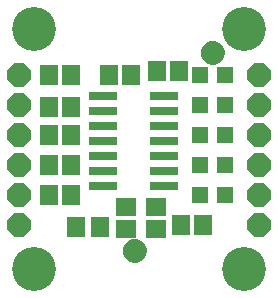
<source format=gbr>
G04 EAGLE Gerber RS-274X export*
G75*
%MOMM*%
%FSLAX34Y34*%
%LPD*%
%INSoldermask Top*%
%IPPOS*%
%AMOC8*
5,1,8,0,0,1.08239X$1,22.5*%
G01*
%ADD10R,2.403200X0.803200*%
%ADD11R,1.503200X1.703200*%
%ADD12R,1.403200X1.403200*%
%ADD13R,1.703200X1.503200*%
%ADD14P,2.144431X8X22.500000*%
%ADD15P,2.144431X8X202.500000*%
%ADD16C,1.203200*%
%ADD17C,0.500000*%
%ADD18C,3.719200*%
%ADD19R,1.503200X1.803200*%


D10*
X24730Y67310D03*
X-27270Y67310D03*
X24730Y54610D03*
X24730Y80010D03*
X24730Y92710D03*
X-27270Y54610D03*
X-27270Y80010D03*
X-27270Y92710D03*
X24730Y118110D03*
X-27270Y118110D03*
X24730Y105410D03*
X24730Y130810D03*
X-27270Y105410D03*
X-27270Y130810D03*
D11*
X-73000Y46990D03*
X-54000Y46990D03*
X-73000Y72390D03*
X-54000Y72390D03*
X-73000Y97790D03*
X-54000Y97790D03*
X-73000Y121920D03*
X-54000Y121920D03*
X-73000Y148590D03*
X-54000Y148590D03*
D12*
X76540Y46990D03*
X55540Y46990D03*
X76540Y72390D03*
X55540Y72390D03*
X76540Y97790D03*
X55540Y97790D03*
X76540Y123190D03*
X55540Y123190D03*
X76540Y148590D03*
X55540Y148590D03*
D11*
X38760Y21590D03*
X57760Y21590D03*
D13*
X17780Y37440D03*
X17780Y18440D03*
X-7620Y37440D03*
X-7620Y18440D03*
D11*
X-3200Y148590D03*
X-22200Y148590D03*
X37440Y152400D03*
X18440Y152400D03*
D14*
X-97790Y148590D03*
X-97790Y123190D03*
X-97790Y97790D03*
X-97790Y72390D03*
X-97790Y46990D03*
X-97790Y21590D03*
D15*
X105410Y21590D03*
X105410Y46990D03*
X105410Y72390D03*
X105410Y97790D03*
X105410Y123190D03*
X105410Y148590D03*
D16*
X66040Y167640D03*
D17*
X66040Y175140D02*
X65859Y175138D01*
X65678Y175131D01*
X65497Y175120D01*
X65316Y175105D01*
X65136Y175085D01*
X64956Y175061D01*
X64777Y175033D01*
X64599Y175000D01*
X64422Y174963D01*
X64245Y174922D01*
X64070Y174877D01*
X63895Y174827D01*
X63722Y174773D01*
X63551Y174715D01*
X63380Y174653D01*
X63212Y174586D01*
X63045Y174516D01*
X62879Y174442D01*
X62716Y174363D01*
X62555Y174281D01*
X62395Y174195D01*
X62238Y174105D01*
X62083Y174011D01*
X61930Y173914D01*
X61780Y173812D01*
X61632Y173708D01*
X61486Y173599D01*
X61344Y173488D01*
X61204Y173372D01*
X61067Y173254D01*
X60932Y173132D01*
X60801Y173007D01*
X60673Y172879D01*
X60548Y172748D01*
X60426Y172613D01*
X60308Y172476D01*
X60192Y172336D01*
X60081Y172194D01*
X59972Y172048D01*
X59868Y171900D01*
X59766Y171750D01*
X59669Y171597D01*
X59575Y171442D01*
X59485Y171285D01*
X59399Y171125D01*
X59317Y170964D01*
X59238Y170801D01*
X59164Y170635D01*
X59094Y170468D01*
X59027Y170300D01*
X58965Y170129D01*
X58907Y169958D01*
X58853Y169785D01*
X58803Y169610D01*
X58758Y169435D01*
X58717Y169258D01*
X58680Y169081D01*
X58647Y168903D01*
X58619Y168724D01*
X58595Y168544D01*
X58575Y168364D01*
X58560Y168183D01*
X58549Y168002D01*
X58542Y167821D01*
X58540Y167640D01*
X66040Y175140D02*
X66221Y175138D01*
X66402Y175131D01*
X66583Y175120D01*
X66764Y175105D01*
X66944Y175085D01*
X67124Y175061D01*
X67303Y175033D01*
X67481Y175000D01*
X67658Y174963D01*
X67835Y174922D01*
X68010Y174877D01*
X68185Y174827D01*
X68358Y174773D01*
X68529Y174715D01*
X68700Y174653D01*
X68868Y174586D01*
X69035Y174516D01*
X69201Y174442D01*
X69364Y174363D01*
X69525Y174281D01*
X69685Y174195D01*
X69842Y174105D01*
X69997Y174011D01*
X70150Y173914D01*
X70300Y173812D01*
X70448Y173708D01*
X70594Y173599D01*
X70736Y173488D01*
X70876Y173372D01*
X71013Y173254D01*
X71148Y173132D01*
X71279Y173007D01*
X71407Y172879D01*
X71532Y172748D01*
X71654Y172613D01*
X71772Y172476D01*
X71888Y172336D01*
X71999Y172194D01*
X72108Y172048D01*
X72212Y171900D01*
X72314Y171750D01*
X72411Y171597D01*
X72505Y171442D01*
X72595Y171285D01*
X72681Y171125D01*
X72763Y170964D01*
X72842Y170801D01*
X72916Y170635D01*
X72986Y170468D01*
X73053Y170300D01*
X73115Y170129D01*
X73173Y169958D01*
X73227Y169785D01*
X73277Y169610D01*
X73322Y169435D01*
X73363Y169258D01*
X73400Y169081D01*
X73433Y168903D01*
X73461Y168724D01*
X73485Y168544D01*
X73505Y168364D01*
X73520Y168183D01*
X73531Y168002D01*
X73538Y167821D01*
X73540Y167640D01*
X73538Y167459D01*
X73531Y167278D01*
X73520Y167097D01*
X73505Y166916D01*
X73485Y166736D01*
X73461Y166556D01*
X73433Y166377D01*
X73400Y166199D01*
X73363Y166022D01*
X73322Y165845D01*
X73277Y165670D01*
X73227Y165495D01*
X73173Y165322D01*
X73115Y165151D01*
X73053Y164980D01*
X72986Y164812D01*
X72916Y164645D01*
X72842Y164479D01*
X72763Y164316D01*
X72681Y164155D01*
X72595Y163995D01*
X72505Y163838D01*
X72411Y163683D01*
X72314Y163530D01*
X72212Y163380D01*
X72108Y163232D01*
X71999Y163086D01*
X71888Y162944D01*
X71772Y162804D01*
X71654Y162667D01*
X71532Y162532D01*
X71407Y162401D01*
X71279Y162273D01*
X71148Y162148D01*
X71013Y162026D01*
X70876Y161908D01*
X70736Y161792D01*
X70594Y161681D01*
X70448Y161572D01*
X70300Y161468D01*
X70150Y161366D01*
X69997Y161269D01*
X69842Y161175D01*
X69685Y161085D01*
X69525Y160999D01*
X69364Y160917D01*
X69201Y160838D01*
X69035Y160764D01*
X68868Y160694D01*
X68700Y160627D01*
X68529Y160565D01*
X68358Y160507D01*
X68185Y160453D01*
X68010Y160403D01*
X67835Y160358D01*
X67658Y160317D01*
X67481Y160280D01*
X67303Y160247D01*
X67124Y160219D01*
X66944Y160195D01*
X66764Y160175D01*
X66583Y160160D01*
X66402Y160149D01*
X66221Y160142D01*
X66040Y160140D01*
X65859Y160142D01*
X65678Y160149D01*
X65497Y160160D01*
X65316Y160175D01*
X65136Y160195D01*
X64956Y160219D01*
X64777Y160247D01*
X64599Y160280D01*
X64422Y160317D01*
X64245Y160358D01*
X64070Y160403D01*
X63895Y160453D01*
X63722Y160507D01*
X63551Y160565D01*
X63380Y160627D01*
X63212Y160694D01*
X63045Y160764D01*
X62879Y160838D01*
X62716Y160917D01*
X62555Y160999D01*
X62395Y161085D01*
X62238Y161175D01*
X62083Y161269D01*
X61930Y161366D01*
X61780Y161468D01*
X61632Y161572D01*
X61486Y161681D01*
X61344Y161792D01*
X61204Y161908D01*
X61067Y162026D01*
X60932Y162148D01*
X60801Y162273D01*
X60673Y162401D01*
X60548Y162532D01*
X60426Y162667D01*
X60308Y162804D01*
X60192Y162944D01*
X60081Y163086D01*
X59972Y163232D01*
X59868Y163380D01*
X59766Y163530D01*
X59669Y163683D01*
X59575Y163838D01*
X59485Y163995D01*
X59399Y164155D01*
X59317Y164316D01*
X59238Y164479D01*
X59164Y164645D01*
X59094Y164812D01*
X59027Y164980D01*
X58965Y165151D01*
X58907Y165322D01*
X58853Y165495D01*
X58803Y165670D01*
X58758Y165845D01*
X58717Y166022D01*
X58680Y166199D01*
X58647Y166377D01*
X58619Y166556D01*
X58595Y166736D01*
X58575Y166916D01*
X58560Y167097D01*
X58549Y167278D01*
X58542Y167459D01*
X58540Y167640D01*
D16*
X0Y0D03*
D17*
X0Y7500D02*
X-181Y7498D01*
X-362Y7491D01*
X-543Y7480D01*
X-724Y7465D01*
X-904Y7445D01*
X-1084Y7421D01*
X-1263Y7393D01*
X-1441Y7360D01*
X-1618Y7323D01*
X-1795Y7282D01*
X-1970Y7237D01*
X-2145Y7187D01*
X-2318Y7133D01*
X-2489Y7075D01*
X-2660Y7013D01*
X-2828Y6946D01*
X-2995Y6876D01*
X-3161Y6802D01*
X-3324Y6723D01*
X-3485Y6641D01*
X-3645Y6555D01*
X-3802Y6465D01*
X-3957Y6371D01*
X-4110Y6274D01*
X-4260Y6172D01*
X-4408Y6068D01*
X-4554Y5959D01*
X-4696Y5848D01*
X-4836Y5732D01*
X-4973Y5614D01*
X-5108Y5492D01*
X-5239Y5367D01*
X-5367Y5239D01*
X-5492Y5108D01*
X-5614Y4973D01*
X-5732Y4836D01*
X-5848Y4696D01*
X-5959Y4554D01*
X-6068Y4408D01*
X-6172Y4260D01*
X-6274Y4110D01*
X-6371Y3957D01*
X-6465Y3802D01*
X-6555Y3645D01*
X-6641Y3485D01*
X-6723Y3324D01*
X-6802Y3161D01*
X-6876Y2995D01*
X-6946Y2828D01*
X-7013Y2660D01*
X-7075Y2489D01*
X-7133Y2318D01*
X-7187Y2145D01*
X-7237Y1970D01*
X-7282Y1795D01*
X-7323Y1618D01*
X-7360Y1441D01*
X-7393Y1263D01*
X-7421Y1084D01*
X-7445Y904D01*
X-7465Y724D01*
X-7480Y543D01*
X-7491Y362D01*
X-7498Y181D01*
X-7500Y0D01*
X0Y7500D02*
X181Y7498D01*
X362Y7491D01*
X543Y7480D01*
X724Y7465D01*
X904Y7445D01*
X1084Y7421D01*
X1263Y7393D01*
X1441Y7360D01*
X1618Y7323D01*
X1795Y7282D01*
X1970Y7237D01*
X2145Y7187D01*
X2318Y7133D01*
X2489Y7075D01*
X2660Y7013D01*
X2828Y6946D01*
X2995Y6876D01*
X3161Y6802D01*
X3324Y6723D01*
X3485Y6641D01*
X3645Y6555D01*
X3802Y6465D01*
X3957Y6371D01*
X4110Y6274D01*
X4260Y6172D01*
X4408Y6068D01*
X4554Y5959D01*
X4696Y5848D01*
X4836Y5732D01*
X4973Y5614D01*
X5108Y5492D01*
X5239Y5367D01*
X5367Y5239D01*
X5492Y5108D01*
X5614Y4973D01*
X5732Y4836D01*
X5848Y4696D01*
X5959Y4554D01*
X6068Y4408D01*
X6172Y4260D01*
X6274Y4110D01*
X6371Y3957D01*
X6465Y3802D01*
X6555Y3645D01*
X6641Y3485D01*
X6723Y3324D01*
X6802Y3161D01*
X6876Y2995D01*
X6946Y2828D01*
X7013Y2660D01*
X7075Y2489D01*
X7133Y2318D01*
X7187Y2145D01*
X7237Y1970D01*
X7282Y1795D01*
X7323Y1618D01*
X7360Y1441D01*
X7393Y1263D01*
X7421Y1084D01*
X7445Y904D01*
X7465Y724D01*
X7480Y543D01*
X7491Y362D01*
X7498Y181D01*
X7500Y0D01*
X7498Y-181D01*
X7491Y-362D01*
X7480Y-543D01*
X7465Y-724D01*
X7445Y-904D01*
X7421Y-1084D01*
X7393Y-1263D01*
X7360Y-1441D01*
X7323Y-1618D01*
X7282Y-1795D01*
X7237Y-1970D01*
X7187Y-2145D01*
X7133Y-2318D01*
X7075Y-2489D01*
X7013Y-2660D01*
X6946Y-2828D01*
X6876Y-2995D01*
X6802Y-3161D01*
X6723Y-3324D01*
X6641Y-3485D01*
X6555Y-3645D01*
X6465Y-3802D01*
X6371Y-3957D01*
X6274Y-4110D01*
X6172Y-4260D01*
X6068Y-4408D01*
X5959Y-4554D01*
X5848Y-4696D01*
X5732Y-4836D01*
X5614Y-4973D01*
X5492Y-5108D01*
X5367Y-5239D01*
X5239Y-5367D01*
X5108Y-5492D01*
X4973Y-5614D01*
X4836Y-5732D01*
X4696Y-5848D01*
X4554Y-5959D01*
X4408Y-6068D01*
X4260Y-6172D01*
X4110Y-6274D01*
X3957Y-6371D01*
X3802Y-6465D01*
X3645Y-6555D01*
X3485Y-6641D01*
X3324Y-6723D01*
X3161Y-6802D01*
X2995Y-6876D01*
X2828Y-6946D01*
X2660Y-7013D01*
X2489Y-7075D01*
X2318Y-7133D01*
X2145Y-7187D01*
X1970Y-7237D01*
X1795Y-7282D01*
X1618Y-7323D01*
X1441Y-7360D01*
X1263Y-7393D01*
X1084Y-7421D01*
X904Y-7445D01*
X724Y-7465D01*
X543Y-7480D01*
X362Y-7491D01*
X181Y-7498D01*
X0Y-7500D01*
X-181Y-7498D01*
X-362Y-7491D01*
X-543Y-7480D01*
X-724Y-7465D01*
X-904Y-7445D01*
X-1084Y-7421D01*
X-1263Y-7393D01*
X-1441Y-7360D01*
X-1618Y-7323D01*
X-1795Y-7282D01*
X-1970Y-7237D01*
X-2145Y-7187D01*
X-2318Y-7133D01*
X-2489Y-7075D01*
X-2660Y-7013D01*
X-2828Y-6946D01*
X-2995Y-6876D01*
X-3161Y-6802D01*
X-3324Y-6723D01*
X-3485Y-6641D01*
X-3645Y-6555D01*
X-3802Y-6465D01*
X-3957Y-6371D01*
X-4110Y-6274D01*
X-4260Y-6172D01*
X-4408Y-6068D01*
X-4554Y-5959D01*
X-4696Y-5848D01*
X-4836Y-5732D01*
X-4973Y-5614D01*
X-5108Y-5492D01*
X-5239Y-5367D01*
X-5367Y-5239D01*
X-5492Y-5108D01*
X-5614Y-4973D01*
X-5732Y-4836D01*
X-5848Y-4696D01*
X-5959Y-4554D01*
X-6068Y-4408D01*
X-6172Y-4260D01*
X-6274Y-4110D01*
X-6371Y-3957D01*
X-6465Y-3802D01*
X-6555Y-3645D01*
X-6641Y-3485D01*
X-6723Y-3324D01*
X-6802Y-3161D01*
X-6876Y-2995D01*
X-6946Y-2828D01*
X-7013Y-2660D01*
X-7075Y-2489D01*
X-7133Y-2318D01*
X-7187Y-2145D01*
X-7237Y-1970D01*
X-7282Y-1795D01*
X-7323Y-1618D01*
X-7360Y-1441D01*
X-7393Y-1263D01*
X-7421Y-1084D01*
X-7445Y-904D01*
X-7465Y-724D01*
X-7480Y-543D01*
X-7491Y-362D01*
X-7498Y-181D01*
X-7500Y0D01*
D18*
X-85090Y187960D03*
X92710Y187960D03*
X-85090Y-15240D03*
X92710Y-15240D03*
D19*
X-29370Y20320D03*
X-49370Y20320D03*
M02*

</source>
